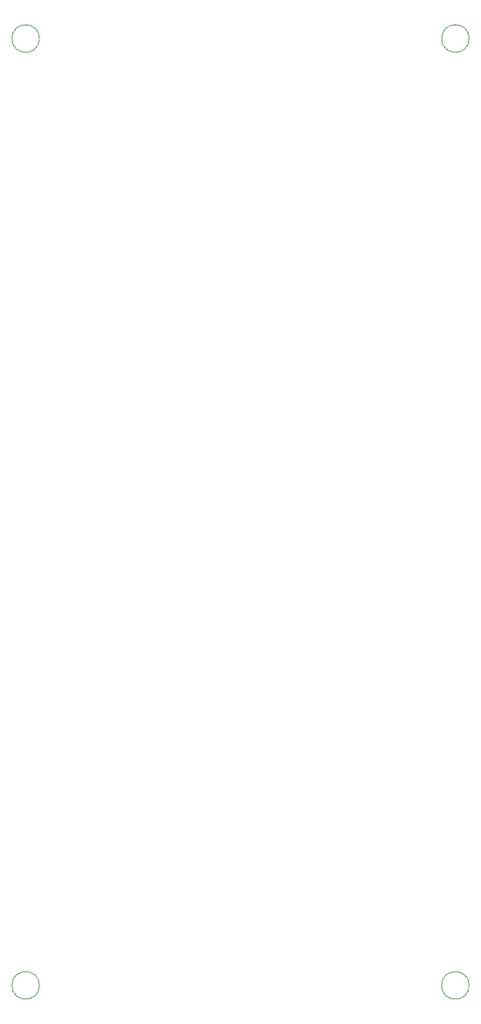
<source format=gbr>
G04 #@! TF.GenerationSoftware,KiCad,Pcbnew,7.0.11*
G04 #@! TF.CreationDate,2024-10-24T13:39:31-04:00*
G04 #@! TF.ProjectId,mouse-joystick-pcb,6d6f7573-652d-46a6-9f79-737469636b2d,1.0*
G04 #@! TF.SameCoordinates,Original*
G04 #@! TF.FileFunction,AssemblyDrawing,Bot*
%FSLAX46Y46*%
G04 Gerber Fmt 4.6, Leading zero omitted, Abs format (unit mm)*
G04 Created by KiCad (PCBNEW 7.0.11) date 2024-10-24 13:39:31*
%MOMM*%
%LPD*%
G01*
G04 APERTURE LIST*
%ADD10C,0.100000*%
G04 APERTURE END LIST*
D10*
X79000000Y-46600000D02*
G75*
G03*
X75800000Y-46600000I-1600000J0D01*
G01*
X75800000Y-46600000D02*
G75*
G03*
X79000000Y-46600000I1600000J0D01*
G01*
X79000000Y-156600000D02*
G75*
G03*
X75800000Y-156600000I-1600000J0D01*
G01*
X75800000Y-156600000D02*
G75*
G03*
X79000000Y-156600000I1600000J0D01*
G01*
X129000000Y-46600000D02*
G75*
G03*
X125800000Y-46600000I-1600000J0D01*
G01*
X125800000Y-46600000D02*
G75*
G03*
X129000000Y-46600000I1600000J0D01*
G01*
X129000000Y-156600000D02*
G75*
G03*
X125800000Y-156600000I-1600000J0D01*
G01*
X125800000Y-156600000D02*
G75*
G03*
X129000000Y-156600000I1600000J0D01*
G01*
M02*

</source>
